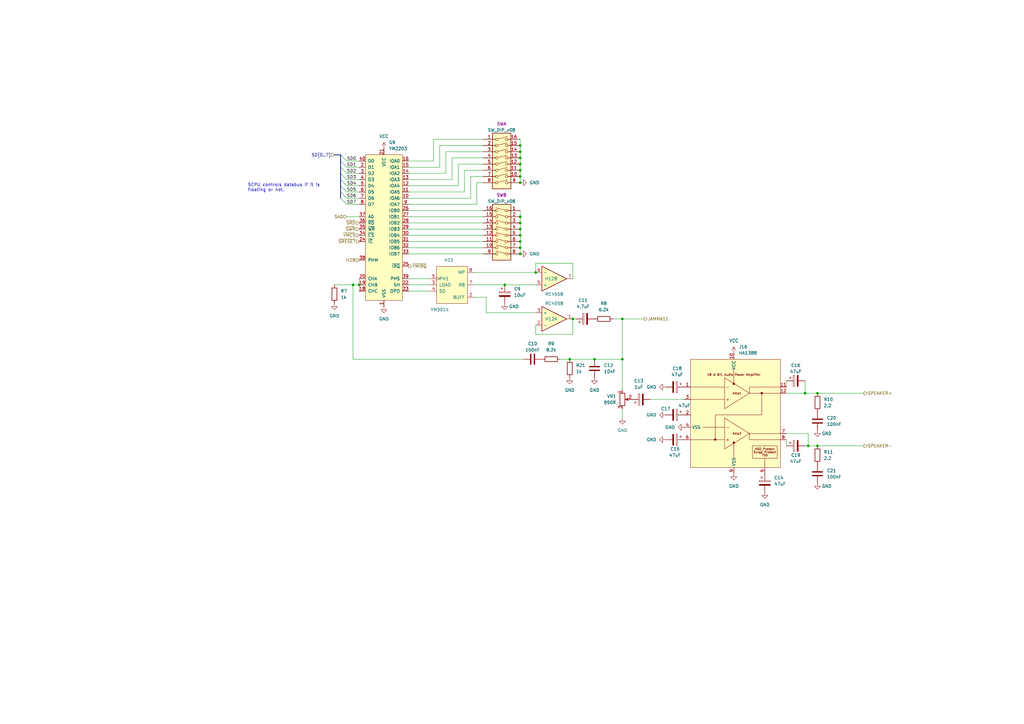
<source format=kicad_sch>
(kicad_sch (version 20211123) (generator eeschema)
  (paper "A3")
  (title_block (title "Arkanoid: Revenge of Doh ") (date "2023-02-22") (company "Ulf Skutnabba, twitter: @skutis77") (comment 1 "Seta number: P0-022-A"))
  (lib_symbols
    (symbol "Device:C" (pin_numbers hide) (pin_names (offset 0.254))
      (property "Reference" "C" (at 0.635 2.54 0))
      (property "Value" "C" (at 0.635 -2.54 0))
      (symbol "C_0_1"
        (polyline (pts (xy -2.032 -0.762) (xy 2.032 -0.762)) (stroke (width 0.508)))
        (polyline (pts (xy -2.032 0.762) (xy 2.032 0.762)) (stroke (width 0.508)))
      )
      (symbol "C_1_1"
        (pin passive line (at 0 3.81 270) (length 2.794) (name "~") (number "1"))
        (pin passive line (at 0 -3.81 90) (length 2.794) (name "~") (number "2"))
      )
    )
    (symbol "Device:C_Polarized" (pin_numbers hide) (pin_names (offset 0.254))
      (property "Reference" "C" (at 0.635 2.54 0))
      (property "Value" "C_Polarized" (at 0.635 -2.54 0))
      (symbol "C_Polarized_0_1"
        (rectangle (start -2.286 0.508) (end 2.286 1.016))
        (polyline (pts (xy -1.778 2.286) (xy -0.762 2.286)))
        (polyline (pts (xy -1.27 2.794) (xy -1.27 1.778)))
        (rectangle (start 2.286 -0.508) (end -2.286 -1.016) (fill (type outline)))
      )
      (symbol "C_Polarized_1_1"
        (pin passive line (at 0 3.81 270) (length 2.794) (name "~") (number "1"))
        (pin passive line (at 0 -3.81 90) (length 2.794) (name "~") (number "2"))
      )
    )
    (symbol "Device:Opamp_Dual"
      (property "Reference" "U" (at 0 5.08 0))
      (property "Value" "Opamp_Dual" (at 0 -5.08 0))
      (symbol "Opamp_Dual_1_1"
        (polyline (pts (xy -5.08 5.08) (xy 5.08 0) (xy -5.08 -5.08) (xy -5.08 5.08)) (stroke (width 0.254)) (fill (type background)))
        (pin output line (at 7.62 0 180) (length 2.54) (name "~") (number "1"))
        (pin input line (at -7.62 -2.54 0) (length 2.54) (name "-") (number "2"))
        (pin input line (at -7.62 2.54 0) (length 2.54) (name "+") (number "3"))
      )
      (symbol "Opamp_Dual_2_1"
        (polyline (pts (xy -5.08 5.08) (xy 5.08 0) (xy -5.08 -5.08) (xy -5.08 5.08)) (stroke (width 0.254)) (fill (type background)))
        (pin input line (at -7.62 2.54 0) (length 2.54) (name "+") (number "5"))
        (pin input line (at -7.62 -2.54 0) (length 2.54) (name "-") (number "6"))
        (pin output line (at 7.62 0 180) (length 2.54) (name "~") (number "7"))
      )
      (symbol "Opamp_Dual_3_1"
        (pin power_in line (at -2.54 -7.62 90) (length 3.81) (name "V-") (number "4"))
        (pin power_in line (at -2.54 7.62 270) (length 3.81) (name "V+") (number "8"))
      )
    )
    (symbol "Device:R" (pin_numbers hide) (pin_names (offset 0))
      (property "Reference" "R" (at 2.032 0 90))
      (property "Value" "R" (at 0 0 90))
      (symbol "R_0_1"
        (rectangle (start -1.016 -2.54) (end 1.016 2.54) (stroke (width 0.254)))
      )
      (symbol "R_1_1"
        (pin passive line (at 0 3.81 270) (length 1.27) (name "~") (number "1"))
        (pin passive line (at 0 -3.81 90) (length 1.27) (name "~") (number "2"))
      )
    )
    (symbol "Device:R_Potentiometer" (pin_names (offset 1.016) hide)
      (property "Reference" "RV" (at -4.445 0 90))
      (property "Value" "R_Potentiometer" (at -2.54 0 90))
      (symbol "R_Potentiometer_0_1"
        (polyline (pts (xy 2.54 0) (xy 1.524 0)))
        (polyline (pts (xy 1.143 0) (xy 2.286 0.508) (xy 2.286 -0.508) (xy 1.143 0)) (fill (type outline)))
        (rectangle (start 1.016 2.54) (end -1.016 -2.54) (stroke (width 0.254)))
      )
      (symbol "R_Potentiometer_1_1"
        (pin passive line (at 0 3.81 270) (length 1.27) (name "1") (number "1"))
        (pin passive line (at 3.81 0 180) (length 1.27) (name "2") (number "2"))
        (pin passive line (at 0 -3.81 90) (length 1.27) (name "3") (number "3"))
      )
    )
    (symbol "Switch:SW_DIP_x08" (pin_names (offset 0) hide)
      (property "Reference" "SW" (at 0 13.97 0))
      (property "Value" "SW_DIP_x08" (at 0 -11.43 0))
      (symbol "SW_DIP_x08_0_0"
        (circle (center -2.032 -7.62) (radius 0.508))
        (circle (center -2.032 -5.08) (radius 0.508))
        (circle (center -2.032 -2.54) (radius 0.508))
        (circle (center -2.032 0) (radius 0.508))
        (circle (center -2.032 2.54) (radius 0.508))
        (circle (center -2.032 5.08) (radius 0.508))
        (circle (center -2.032 7.62) (radius 0.508))
        (circle (center -2.032 10.16) (radius 0.508))
        (polyline (pts (xy -1.524 -7.4676) (xy 2.3622 -6.4262)))
        (polyline (pts (xy -1.524 -4.9276) (xy 2.3622 -3.8862)))
        (polyline (pts (xy -1.524 -2.3876) (xy 2.3622 -1.3462)))
        (polyline (pts (xy -1.524 0.127) (xy 2.3622 1.1684)))
        (polyline (pts (xy -1.524 2.667) (xy 2.3622 3.7084)))
        (polyline (pts (xy -1.524 5.207) (xy 2.3622 6.2484)))
        (polyline (pts (xy -1.524 7.747) (xy 2.3622 8.7884)))
        (polyline (pts (xy -1.524 10.287) (xy 2.3622 11.3284)))
        (circle (center 2.032 -7.62) (radius 0.508))
        (circle (center 2.032 -5.08) (radius 0.508))
        (circle (center 2.032 -2.54) (radius 0.508))
        (circle (center 2.032 0) (radius 0.508))
        (circle (center 2.032 2.54) (radius 0.508))
        (circle (center 2.032 5.08) (radius 0.508))
        (circle (center 2.032 7.62) (radius 0.508))
        (circle (center 2.032 10.16) (radius 0.508))
      )
      (symbol "SW_DIP_x08_0_1"
        (rectangle (start -3.81 12.7) (end 3.81 -10.16) (stroke (width 0.254)) (fill (type background)))
      )
      (symbol "SW_DIP_x08_1_1"
        (pin passive line (at -7.62 10.16 0) (length 5.08) (name "~") (number "1"))
        (pin passive line (at 7.62 -5.08 180) (length 5.08) (name "~") (number "10"))
        (pin passive line (at 7.62 -2.54 180) (length 5.08) (name "~") (number "11"))
        (pin passive line (at 7.62 0 180) (length 5.08) (name "~") (number "12"))
        (pin passive line (at 7.62 2.54 180) (length 5.08) (name "~") (number "13"))
        (pin passive line (at 7.62 5.08 180) (length 5.08) (name "~") (number "14"))
        (pin passive line (at 7.62 7.62 180) (length 5.08) (name "~") (number "15"))
        (pin passive line (at 7.62 10.16 180) (length 5.08) (name "~") (number "16"))
        (pin passive line (at -7.62 7.62 0) (length 5.08) (name "~") (number "2"))
        (pin passive line (at -7.62 5.08 0) (length 5.08) (name "~") (number "3"))
        (pin passive line (at -7.62 2.54 0) (length 5.08) (name "~") (number "4"))
        (pin passive line (at -7.62 0 0) (length 5.08) (name "~") (number "5"))
        (pin passive line (at -7.62 -2.54 0) (length 5.08) (name "~") (number "6"))
        (pin passive line (at -7.62 -5.08 0) (length 5.08) (name "~") (number "7"))
        (pin passive line (at -7.62 -7.62 0) (length 5.08) (name "~") (number "8"))
        (pin passive line (at 7.62 -7.62 180) (length 5.08) (name "~") (number "9"))
      )
    )
    (symbol "hitachi:HA1388"
      (property "Reference" "U" (at 16.51 20.32 0))
      (property "Value" "HA1388" (at 13.97 17.78 0))
      (symbol "HA1388_0_0"
        (rectangle (start -17.78 22.86) (end 19.05 -21.59) (fill (type background)))
        (polyline (pts (xy -3.81 -5.08) (xy -12.7 -5.08)))
        (polyline (pts (xy 6.35 -7.62) (xy 19.05 -7.62)))
        (polyline (pts (xy 8.89 8.89) (xy 19.05 8.89)))
        (polyline (pts (xy 6.35 -7.62) (xy 6.35 -10.16) (xy 19.05 -10.16)))
        (polyline (pts (xy 19.05 11.43) (xy 6.35 11.43) (xy 6.35 8.89)))
        (rectangle (start 7.62 -17.78) (end 17.78 -12.7))
        (rectangle (start 16.51 -7.62) (end 16.51 -7.62))
        (text "." (at -7.62 -8.89 0) (effects (font (size 2.9972 2.9972) bold)))
        (text "." (at 0 -10.16 0) (effects (font (size 2.9972 2.9972) bold)))
        (text "18 W BTL Audio Power Amplifier" (at 0 16.51 0) (effects (font (size 0.889 0.889))))
        (text "Amp1" (at 1.27 8.89 0) (effects (font (size 0.889 0.889))))
        (text "Amp2" (at 1.27 -7.62 0) (effects (font (size 0.889 0.889))))
        (text "ASO_Protect" (at 12.7 -13.97 0) (effects (font (size 0.889 0.889))))
        (text "Surge Protect" (at 12.7 -15.24 0) (effects (font (size 0.889 0.889))))
        (text "TSD" (at 12.7 -16.51 0) (effects (font (size 0.889 0.889))))
      )
      (symbol "HA1388_0_1"
        (polyline (pts (xy -17.78 -10.16) (xy -6.35 -10.16)))
        (polyline (pts (xy -17.78 6.35) (xy -6.35 6.35)))
        (polyline (pts (xy -12.7 11.43) (xy -17.78 11.43)) (stroke (width 0.1524)))
        (polyline (pts (xy -3.81 11.43) (xy -12.7 11.43)) (stroke (width 0.1524)))
        (polyline (pts (xy 0 -11.43) (xy 0 -17.78)) (stroke (width 0.1524)))
        (polyline (pts (xy 0 19.05) (xy 0 12.7)) (stroke (width 0.1524)))
        (polyline (pts (xy 8.89 8.89) (xy 6.35 8.89)))
        (polyline (pts (xy 12.7 -17.78) (xy 12.7 -21.59)))
        (polyline (pts (xy -7.62 -10.16) (xy -7.62 0) (xy 11.43 0) (xy 11.43 8.89)))
      )
      (symbol "HA1388_1_1"
        (polyline (pts (xy -3.81 -10.16) (xy -6.35 -10.16)))
        (polyline (pts (xy -3.81 6.35) (xy -6.35 6.35)))
        (polyline (pts (xy 6.35 -7.62) (xy -3.81 -1.27) (xy -3.81 -13.97) (xy 6.35 -7.62)))
        (polyline (pts (xy 6.35 8.89) (xy -3.81 15.24) (xy -3.81 2.54) (xy 6.35 8.89)))
        (text "+" (at -2.54 -10.16 0) (effects (font (size 1.27 1.27))))
        (text "+" (at -2.54 6.35 0) (effects (font (size 1.27 1.27))))
        (text "-" (at -2.54 -5.08 0) (effects (font (size 1.27 1.27))))
        (text "-" (at -2.54 11.43 0) (effects (font (size 1.27 1.27))))
        (text "." (at 0 13.97 0) (effects (font (size 2.9972 2.9972) bold)))
        (text "." (at 11.43 10.16 0) (effects (font (size 2.9972 2.9972) bold)))
        (pin input line (at -20.32 11.43 0) (length 2.54) (name "") (number "1"))
        (pin power_in line (at 0 25.4 270) (length 2.54) (name "VCC") (number "10"))
        (pin output line (at 21.59 11.43 180) (length 2.54) (name "~") (number "11"))
        (pin output line (at 21.59 8.89 180) (length 2.54) (name "~") (number "12"))
        (pin input line (at -20.32 0 0) (length 2.54) (name "~") (number "2"))
        (pin input line (at -20.32 6.35 0) (length 2.54) (name "~") (number "3"))
        (pin power_in line (at -20.32 -5.08 0) (length 2.54) (name "VSS") (number "4"))
        (pin input line (at 12.7 -24.13 90) (length 2.54) (name "~") (number "5"))
        (pin input line (at -20.32 -10.16 0) (length 2.54) (name "~") (number "6"))
        (pin output line (at 21.59 -7.62 180) (length 2.54) (name "~") (number "7"))
        (pin output line (at 21.59 -10.16 180) (length 2.54) (name "~") (number "8"))
        (pin power_in line (at 0 -24.13 90) (length 2.54) (name "VSS") (number "9"))
      )
    )
    (symbol "power:GND" (power) (pin_names (offset 0))
      (property "Value" "GND" (at 0 -3.81 0))
      (symbol "GND_0_1"
        (polyline (pts (xy 0 0) (xy 0 -1.27) (xy 1.27 -1.27) (xy 0 -2.54) (xy -1.27 -1.27) (xy 0 -1.27)))
      )
      (symbol "GND_1_1"
        (pin power_in line (at 0 0 270) (length 0) hide (name "GND") (number "1"))
      )
    )
    (symbol "power:VCC" (power) (pin_names (offset 0))
      (property "Value" "VCC" (at 0 3.81 0))
      (symbol "VCC_0_1"
        (polyline (pts (xy -0.762 1.27) (xy 0 2.54)))
        (polyline (pts (xy 0 0) (xy 0 2.54)))
        (polyline (pts (xy 0 2.54) (xy 0.762 1.27)))
      )
      (symbol "VCC_1_1"
        (pin power_in line (at 0 0 90) (length 0) hide (name "VCC") (number "1"))
      )
    )
    (symbol "yamaha:YM2203" (pin_names (offset 1.016))
      (property "Reference" "YM" (at 7.62 24.13 0))
      (property "Value" "YM2203" (at 3.81 -38.1 0))
      (symbol "YM2203_0_1"
        (rectangle (start -7.62 22.86) (end 7.62 -36.83) (fill (type background)))
      )
      (symbol "YM2203_1_1"
        (pin power_in line (at 0 -39.37 90) (length 2.54) (name "VSS") (number "1"))
        (pin bidirectional line (at 10.16 5.08 180) (length 2.54) (name "IOA6") (number "10"))
        (pin bidirectional line (at 10.16 7.62 180) (length 2.54) (name "IOA5") (number "11"))
        (pin bidirectional line (at 10.16 10.16 180) (length 2.54) (name "IOA4") (number "12"))
        (pin bidirectional line (at 10.16 12.7 180) (length 2.54) (name "IOA3") (number "13"))
        (pin bidirectional line (at 10.16 15.24 180) (length 2.54) (name "IOA2") (number "14"))
        (pin bidirectional line (at 10.16 17.78 180) (length 2.54) (name "IOA1") (number "15"))
        (pin bidirectional line (at 10.16 20.32 180) (length 2.54) (name "IOA0") (number "16"))
        (pin passive line (at -10.16 -33.02 0) (length 2.54) (name "CHC") (number "18"))
        (pin passive line (at -10.16 -30.48 0) (length 2.54) (name "CHB") (number "19"))
        (pin tri_state line (at -10.16 17.78 0) (length 2.54) (name "D1") (number "2"))
        (pin passive line (at -10.16 -27.94 0) (length 2.54) (name "CHA") (number "20"))
        (pin power_in line (at 0 25.4 270) (length 2.54) (name "VCC") (number "21"))
        (pin output line (at 10.16 -30.48 180) (length 2.54) (name "SH") (number "22"))
        (pin output line (at 10.16 -33.02 180) (length 2.54) (name "OPO") (number "23"))
        (pin input line (at -10.16 -12.7 0) (length 2.54) (name "~{IC}") (number "24"))
        (pin output line (at 10.16 -22.86 180) (length 2.54) (name "~{IRQ}") (number "25"))
        (pin bidirectional line (at 10.16 0 180) (length 2.54) (name "IOB0") (number "26"))
        (pin bidirectional line (at 10.16 -2.54 180) (length 2.54) (name "IOB1") (number "27"))
        (pin bidirectional line (at 10.16 -5.08 180) (length 2.54) (name "IOB2") (number "28"))
        (pin bidirectional line (at 10.16 -7.62 180) (length 2.54) (name "IOB3") (number "29"))
        (pin tri_state line (at -10.16 15.24 0) (length 2.54) (name "D2") (number "3"))
        (pin bidirectional line (at 10.16 -10.16 180) (length 2.54) (name "IOB4") (number "30"))
        (pin bidirectional line (at 10.16 -12.7 180) (length 2.54) (name "IOB5") (number "31"))
        (pin bidirectional line (at 10.16 -15.24 180) (length 2.54) (name "IOB6") (number "32"))
        (pin bidirectional line (at 10.16 -17.78 180) (length 2.54) (name "IOB7") (number "33"))
        (pin input line (at -10.16 -10.16 0) (length 2.54) (name "~{CS}") (number "34"))
        (pin input line (at -10.16 -7.62 0) (length 2.54) (name "~{WR}") (number "35"))
        (pin input line (at -10.16 -5.08 0) (length 2.54) (name "~{RD}") (number "36"))
        (pin input line (at -10.16 -2.54 0) (length 2.54) (name "A0") (number "37"))
        (pin input line (at -10.16 -20.32 0) (length 2.54) (name "PHM") (number "38"))
        (pin output line (at 10.16 -27.94 180) (length 2.54) (name "PHS") (number "39"))
        (pin tri_state line (at -10.16 12.7 0) (length 2.54) (name "D3") (number "4"))
        (pin tri_state line (at -10.16 20.32 0) (length 2.54) (name "D0") (number "40"))
        (pin tri_state line (at -10.16 10.16 0) (length 2.54) (name "D4") (number "5"))
        (pin tri_state line (at -10.16 7.62 0) (length 2.54) (name "D5") (number "6"))
        (pin tri_state line (at -10.16 5.08 0) (length 2.54) (name "D6") (number "7"))
        (pin tri_state line (at -10.16 2.54 0) (length 2.54) (name "D7") (number "8"))
        (pin bidirectional line (at 10.16 2.54 180) (length 2.54) (name "IOA7") (number "9"))
      )
    )
    (symbol "yamaha:YM3014" (pin_names (offset 1.016))
      (property "Reference" "YM" (at -2.54 15.24 0))
      (property "Value" "YM3014" (at 0 12.7 0))
      (symbol "YM3014_0_1"
        (rectangle (start -5.08 11.43) (end 7.62 -3.81) (fill (type background)))
      )
      (symbol "YM3014_1_1"
        (pin power_in line (at 1.27 11.43 270) (length 2.54) hide (name "VCC") (number "1"))
        (pin output line (at 10.16 -1.27 180) (length 2.54) (name "BUFF") (number "2"))
        (pin input line (at -7.62 3.81 0) (length 2.54) (name "LOAD") (number "3"))
        (pin input line (at -7.62 1.27 0) (length 2.54) (name "SD") (number "4"))
        (pin input clock (at -7.62 6.35 0) (length 2.54) (name "PH1") (number "5"))
        (pin power_in line (at 1.27 -3.81 90) (length 2.54) hide (name "VSS") (number "6"))
        (pin output line (at 10.16 3.81 180) (length 2.54) (name "RB") (number "7"))
        (pin bidirectional line (at 10.16 8.89 180) (length 2.54) (name "MP") (number "8"))
      )
    )
  )
  (junction (at 213.36 101.6))
  (junction (at 213.36 69.85))
  (junction (at 147.32 116.84))
  (junction (at 213.36 67.31))
  (junction (at 255.27 130.81))
  (junction (at 234.95 130.81))
  (junction (at 213.36 91.44))
  (junction (at 213.36 59.69))
  (junction (at 255.27 147.32))
  (junction (at 144.78 116.84))
  (junction (at 213.36 88.9))
  (junction (at 213.36 74.93))
  (junction (at 335.28 161.29))
  (junction (at 331.47 182.88))
  (junction (at 213.36 99.06))
  (junction (at 243.84 147.32))
  (junction (at 219.71 111.76))
  (junction (at 213.36 96.52))
  (junction (at 207.01 116.84))
  (junction (at 335.28 182.88))
  (junction (at 233.68 147.32))
  (junction (at 330.2 161.29))
  (junction (at 213.36 72.39))
  (junction (at 213.36 93.98))
  (junction (at 213.36 104.14))
  (junction (at 213.36 62.23))
  (junction (at 213.36 64.77))
  (bus_entry (at 139.7 66.04) (size 2.54 2.54))
  (bus_entry (at 139.7 68.58) (size 2.54 2.54))
  (bus_entry (at 139.7 78.74) (size 2.54 2.54))
  (bus_entry (at 139.7 71.12) (size 2.54 2.54))
  (bus_entry (at 139.7 63.5) (size 2.54 2.54))
  (bus_entry (at 139.7 81.28) (size 2.54 2.54))
  (bus_entry (at 139.7 76.2) (size 2.54 2.54))
  (bus_entry (at 139.7 73.66) (size 2.54 2.54))
  (wire (pts (xy 234.95 114.3) (xy 234.95 107.95)))
  (wire (pts (xy 144.78 116.84) (xy 144.78 147.32)))
  (wire (pts (xy 199.39 128.27) (xy 219.71 128.27)))
  (wire (pts (xy 219.71 116.84) (xy 207.01 116.84)))
  (wire (pts (xy 167.64 83.82) (xy 195.58 83.82)))
  (wire (pts (xy 213.36 96.52) (xy 213.36 99.06)))
  (wire (pts (xy 255.27 147.32) (xy 255.27 160.02)))
  (wire (pts (xy 190.5 69.85) (xy 198.12 69.85)))
  (wire (pts (xy 182.88 62.23) (xy 198.12 62.23)))
  (bus (pts (xy 139.7 68.58) (xy 139.7 66.04)))
  (wire (pts (xy 234.95 107.95) (xy 219.71 107.95)))
  (wire (pts (xy 195.58 74.93) (xy 198.12 74.93)))
  (wire (pts (xy 187.96 67.31) (xy 187.96 76.2)))
  (wire (pts (xy 331.47 182.88) (xy 335.28 182.88)))
  (bus (pts (xy 139.7 76.2) (xy 139.7 73.66)))
  (wire (pts (xy 219.71 137.16) (xy 219.71 133.35)))
  (wire (pts (xy 142.24 83.82) (xy 147.32 83.82)))
  (wire (pts (xy 322.58 156.21) (xy 322.58 158.75)))
  (wire (pts (xy 330.2 161.29) (xy 335.28 161.29)))
  (wire (pts (xy 213.36 93.98) (xy 213.36 96.52)))
  (wire (pts (xy 142.24 76.2) (xy 147.32 76.2)))
  (wire (pts (xy 213.36 67.31) (xy 213.36 69.85)))
  (wire (pts (xy 142.24 78.74) (xy 147.32 78.74)))
  (wire (pts (xy 187.96 76.2) (xy 167.64 76.2)))
  (bus (pts (xy 139.7 66.04) (xy 139.7 63.5)))
  (wire (pts (xy 322.58 180.34) (xy 322.58 182.88)))
  (wire (pts (xy 213.36 62.23) (xy 213.36 64.77)))
  (bus (pts (xy 137.16 63.5) (xy 139.7 63.5)))
  (wire (pts (xy 198.12 88.9) (xy 167.64 88.9)))
  (wire (pts (xy 251.46 130.81) (xy 255.27 130.81)))
  (wire (pts (xy 213.36 59.69) (xy 213.36 62.23)))
  (wire (pts (xy 198.12 96.52) (xy 167.64 96.52)))
  (wire (pts (xy 142.24 68.58) (xy 147.32 68.58)))
  (wire (pts (xy 219.71 111.76) (xy 194.31 111.76)))
  (wire (pts (xy 213.36 91.44) (xy 213.36 93.98)))
  (wire (pts (xy 144.78 116.84) (xy 147.32 116.84)))
  (wire (pts (xy 266.7 163.83) (xy 280.67 163.83)))
  (wire (pts (xy 354.33 182.88) (xy 335.28 182.88)))
  (wire (pts (xy 213.36 86.36) (xy 213.36 88.9)))
  (wire (pts (xy 213.36 57.15) (xy 213.36 59.69)))
  (wire (pts (xy 255.27 130.81) (xy 255.27 147.32)))
  (wire (pts (xy 213.36 69.85) (xy 213.36 72.39)))
  (wire (pts (xy 234.95 137.16) (xy 219.71 137.16)))
  (wire (pts (xy 198.12 67.31) (xy 187.96 67.31)))
  (wire (pts (xy 137.16 116.84) (xy 144.78 116.84)))
  (wire (pts (xy 198.12 72.39) (xy 193.04 72.39)))
  (wire (pts (xy 142.24 66.04) (xy 147.32 66.04)))
  (wire (pts (xy 322.58 177.8) (xy 331.47 177.8)))
  (wire (pts (xy 176.53 114.3) (xy 167.64 114.3)))
  (wire (pts (xy 213.36 99.06) (xy 213.36 101.6)))
  (wire (pts (xy 177.8 66.04) (xy 177.8 57.15)))
  (wire (pts (xy 198.12 93.98) (xy 167.64 93.98)))
  (wire (pts (xy 330.2 182.88) (xy 331.47 182.88)))
  (wire (pts (xy 219.71 107.95) (xy 219.71 111.76)))
  (wire (pts (xy 233.68 147.32) (xy 229.87 147.32)))
  (wire (pts (xy 147.32 116.84) (xy 147.32 119.38)))
  (wire (pts (xy 147.32 114.3) (xy 147.32 116.84)))
  (wire (pts (xy 198.12 91.44) (xy 167.64 91.44)))
  (wire (pts (xy 322.58 161.29) (xy 330.2 161.29)))
  (wire (pts (xy 185.42 64.77) (xy 198.12 64.77)))
  (wire (pts (xy 198.12 86.36) (xy 167.64 86.36)))
  (bus (pts (xy 139.7 71.12) (xy 139.7 68.58)))
  (wire (pts (xy 213.36 88.9) (xy 213.36 91.44)))
  (wire (pts (xy 176.53 119.38) (xy 167.64 119.38)))
  (wire (pts (xy 198.12 104.14) (xy 167.64 104.14)))
  (wire (pts (xy 193.04 72.39) (xy 193.04 81.28)))
  (wire (pts (xy 167.64 71.12) (xy 182.88 71.12)))
  (wire (pts (xy 167.64 73.66) (xy 185.42 73.66)))
  (wire (pts (xy 198.12 59.69) (xy 180.34 59.69)))
  (wire (pts (xy 167.64 78.74) (xy 190.5 78.74)))
  (wire (pts (xy 193.04 81.28) (xy 167.64 81.28)))
  (wire (pts (xy 182.88 71.12) (xy 182.88 62.23)))
  (wire (pts (xy 331.47 177.8) (xy 331.47 182.88)))
  (wire (pts (xy 255.27 130.81) (xy 264.16 130.81)))
  (wire (pts (xy 233.68 147.32) (xy 243.84 147.32)))
  (wire (pts (xy 176.53 116.84) (xy 167.64 116.84)))
  (wire (pts (xy 234.95 130.81) (xy 234.95 137.16)))
  (wire (pts (xy 213.36 72.39) (xy 213.36 74.93)))
  (wire (pts (xy 198.12 101.6) (xy 167.64 101.6)))
  (wire (pts (xy 194.31 121.92) (xy 199.39 121.92)))
  (wire (pts (xy 213.36 101.6) (xy 213.36 104.14)))
  (wire (pts (xy 142.24 88.9) (xy 147.32 88.9)))
  (wire (pts (xy 255.27 167.64) (xy 255.27 171.45)))
  (wire (pts (xy 207.01 116.84) (xy 194.31 116.84)))
  (wire (pts (xy 144.78 147.32) (xy 214.63 147.32)))
  (wire (pts (xy 177.8 57.15) (xy 198.12 57.15)))
  (wire (pts (xy 180.34 59.69) (xy 180.34 68.58)))
  (bus (pts (xy 139.7 78.74) (xy 139.7 76.2)))
  (wire (pts (xy 167.64 66.04) (xy 177.8 66.04)))
  (wire (pts (xy 142.24 81.28) (xy 147.32 81.28)))
  (wire (pts (xy 190.5 78.74) (xy 190.5 69.85)))
  (wire (pts (xy 199.39 121.92) (xy 199.39 128.27)))
  (wire (pts (xy 234.95 130.81) (xy 236.22 130.81)))
  (wire (pts (xy 185.42 73.66) (xy 185.42 64.77)))
  (wire (pts (xy 213.36 64.77) (xy 213.36 67.31)))
  (wire (pts (xy 330.2 156.21) (xy 330.2 161.29)))
  (wire (pts (xy 198.12 99.06) (xy 167.64 99.06)))
  (wire (pts (xy 335.28 161.29) (xy 354.33 161.29)))
  (wire (pts (xy 180.34 68.58) (xy 167.64 68.58)))
  (wire (pts (xy 142.24 73.66) (xy 147.32 73.66)))
  (wire (pts (xy 195.58 83.82) (xy 195.58 74.93)))
  (bus (pts (xy 139.7 73.66) (xy 139.7 71.12)))
  (wire (pts (xy 243.84 147.32) (xy 255.27 147.32)))
  (bus (pts (xy 139.7 81.28) (xy 139.7 78.74)))
  (wire (pts (xy 142.24 71.12) (xy 147.32 71.12)))
  (text "SCPU controls databus if it is\nfloating or not. " (at 101.6 78.74 0) (effects (font (size 1.27 1.27)) (justify left bottom)))
  (label "SD2" (at 142.24 71.12 0))
  (label "SD7" (at 142.24 83.82 0))
  (label "SD0" (at 142.24 66.04 0))
  (label "SD5" (at 142.24 78.74 0))
  (label "SD1" (at 142.24 68.58 0))
  (label "SD4" (at 142.24 76.2 0))
  (label "SD3" (at 142.24 73.66 0))
  (label "SD6" (at 142.24 81.28 0))
  (hierarchical_label "~{SWR}" (shape input) (at 147.32 93.98 180))
  (hierarchical_label "~{YMIRQ}" (shape output) (at 167.64 109.22 0))
  (hierarchical_label "SA0" (shape input) (at 142.24 88.9 180))
  (hierarchical_label "~{YMCS}" (shape input) (at 147.32 96.52 180))
  (hierarchical_label "~{SRD}" (shape input) (at 147.32 91.44 180))
  (hierarchical_label "~{SRESET}" (shape input) (at 147.32 99.06 180))
  (hierarchical_label "SPEAKER-" (shape output) (at 354.33 182.88 0))
  (hierarchical_label "SD[0..7]" (shape input) (at 137.16 63.5 180))
  (hierarchical_label "SPEAKER+" (shape output) (at 354.33 161.29 0))
  (hierarchical_label "JAMMA11" (shape output) (at 264.16 130.81 0))
  (hierarchical_label "H2B" (shape input) (at 147.32 106.68 180))
  (symbol (lib_id "Device:R") (at 335.28 165.1 0) (unit 1)
    (property "Reference" "R10" (at 337.82 163.8299 0) (effects (justify left)))
    (property "Value" "2.2" (at 337.82 166.3699 0) (effects (justify left)))
  )
  (symbol (lib_id "power:VCC") (at 157.48 60.96 0) (unit 1)
    (property "Reference" "#PWR0265" (effects hide))
    (property "Value" "VCC" (at 157.48 55.88 0))
  )
  (symbol (lib_id "power:GND") (at 243.84 154.94 0) (unit 1)
    (property "Reference" "#PWR0256" (effects hide))
    (property "Value" "GND" (at 243.84 160.02 0))
  )
  (symbol (lib_id "Device:C") (at 218.44 147.32 90) (unit 1)
    (property "Reference" "C10" (at 218.44 140.97 90))
    (property "Value" "100nF" (at 218.44 143.51 90))
  )
  (symbol (lib_id "power:GND") (at 335.28 198.12 0) (unit 1)
    (property "Reference" "#PWR0267" (effects hide))
    (property "Value" "GND" (at 339.09 199.39 0))
  )
  (symbol (lib_id "power:GND") (at 300.99 194.31 0) (unit 1)
    (property "Reference" "#PWR0268" (effects hide))
    (property "Value" "GND" (at 300.99 199.39 0))
  )
  (symbol (lib_id "Device:C_Polarized") (at 262.89 163.83 90) (unit 1)
    (property "Reference" "C13" (at 262.001 156.21 90))
    (property "Value" "1uF" (at 262.001 158.75 90))
  )
  (symbol (lib_id "Device:R") (at 247.65 130.81 90) (unit 1)
    (property "Reference" "R8" (at 247.65 124.46 90))
    (property "Value" "6.2k" (at 247.65 127 90))
  )
  (symbol (lib_id "Device:C_Polarized") (at 276.86 180.34 270) (unit 1)
    (property "Reference" "C15" (at 276.86 184.15 90))
    (property "Value" "47uF" (at 276.86 186.69 90))
  )
  (symbol (lib_id "Device:C_Polarized") (at 207.01 120.65 0) (unit 1)
    (property "Reference" "C9" (at 210.82 118.4909 0) (effects (justify left)))
    (property "Value" "10uF" (at 210.82 121.0309 0) (effects (justify left)))
  )
  (symbol (lib_id "power:GND") (at 273.05 158.75 270) (unit 1)
    (property "Reference" "#PWR0258" (effects hide))
    (property "Value" "GND" (at 269.24 158.7499 90) (effects (justify right)))
  )
  (symbol (lib_id "Switch:SW_DIP_x08") (at 205.74 67.31 0) (unit 1)
    (property "Reference" "SW99" (effects hide))
    (property "Value" "SW_DIP_x08" (at 205.74 53.34 0))
    (property "Reference2" "SWA" (at 205.74 50.8 0))
  )
  (symbol (lib_id "power:GND") (at 207.01 124.46 0) (unit 1)
    (property "Reference" "#PWR0263" (effects hide))
    (property "Value" "GND" (at 210.82 125.73 0))
  )
  (symbol (lib_id "Device:C_Polarized") (at 240.03 130.81 90) (unit 1)
    (property "Reference" "C11" (at 239.141 123.19 90))
    (property "Value" "4.7uF" (at 239.141 125.73 90))
  )
  (symbol (lib_id "power:GND") (at 280.67 175.26 270) (unit 1)
    (property "Reference" "#PWR0260" (effects hide))
    (property "Value" "GND" (at 276.86 175.2599 90) (effects (justify right)))
  )
  (symbol (lib_id "power:GND") (at 313.69 201.93 0) (unit 1)
    (property "Reference" "#PWR0266" (effects hide))
    (property "Value" "GND" (at 313.69 207.01 0))
  )
  (symbol (lib_id "power:GND") (at 213.36 74.93 90) (unit 1)
    (property "Reference" "#PWR0270" (effects hide))
    (property "Value" "GND" (at 217.17 74.9299 90) (effects (justify right)))
  )
  (symbol (lib_id "power:GND") (at 137.16 124.46 0) (unit 1)
    (property "Reference" "#PWR0262" (effects hide))
    (property "Value" "GND" (at 137.16 129.54 0))
  )
  (symbol (lib_id "yamaha:YM2203") (at 157.48 86.36 0) (unit 1)
    (property "Reference" "G9" (at 159.4994 58.42 0) (effects (justify left)))
    (property "Value" "YM2203" (at 159.4994 60.96 0) (effects (justify left)))
    (property "Footprint" "Package_DIP:DIP-40_W15.24mm" (effects hide))
    (property "Datasheet" "https://pdf1.alldatasheet.com/datasheet-pdf/view/90458/ETC/YM2203.html" (effects hide))
  )
  (symbol (lib_id "power:GND") (at 233.68 154.94 0) (unit 1)
    (property "Reference" "#PWR0257" (effects hide))
    (property "Value" "GND" (at 233.68 160.02 0))
  )
  (symbol (lib_id "Device:R") (at 137.16 120.65 0) (unit 1)
    (property "Reference" "R7" (at 139.7 119.3799 0) (effects (justify left)))
    (property "Value" "1k" (at 139.7 121.9199 0) (effects (justify left)))
  )
  (symbol (lib_id "Device:C") (at 335.28 172.72 0) (unit 1)
    (property "Reference" "C20" (at 339.09 171.4499 0) (effects (justify left)))
    (property "Value" "100nF" (at 339.09 173.9899 0) (effects (justify left)))
  )
  (symbol (lib_id "power:GND") (at 213.36 104.14 90) (mirror x) (unit 1)
    (property "Reference" "#PWR0271" (effects hide))
    (property "Value" "GND" (at 217.17 104.1399 90) (effects (justify right)))
  )
  (symbol (lib_id "Device:C_Polarized") (at 276.86 170.18 270) (unit 1)
    (property "Reference" "C17" (at 273.05 167.64 90))
    (property "Value" "47uF" (at 280.67 166.37 90))
  )
  (symbol (lib_id "power:GND") (at 273.05 180.34 270) (unit 1)
    (property "Reference" "#PWR0259" (effects hide))
    (property "Value" "GND" (at 269.24 180.3399 90) (effects (justify right)))
  )
  (symbol (lib_id "Device:C") (at 335.28 194.31 0) (unit 1)
    (property "Reference" "C21" (at 339.09 193.0399 0) (effects (justify left)))
    (property "Value" "100nF" (at 339.09 195.5799 0) (effects (justify left)))
  )
  (symbol (lib_id "Device:R") (at 226.06 147.32 90) (unit 1)
    (property "Reference" "R9" (at 226.06 140.97 90))
    (property "Value" "8.2k" (at 226.06 143.51 90))
  )
  (symbol (lib_id "power:GND") (at 273.05 170.18 270) (unit 1)
    (property "Reference" "#PWR0261" (effects hide))
    (property "Value" "GND" (at 269.24 170.1799 90) (effects (justify right)))
  )
  (symbol (lib_id "Device:C_Polarized") (at 326.39 156.21 90) (mirror x) (unit 1)
    (property "Reference" "C16" (at 326.39 149.86 90))
    (property "Value" "47uF" (at 326.39 152.4 90))
  )
  (symbol (lib_id "power:GND") (at 255.27 171.45 0) (unit 1)
    (property "Reference" "#PWR0255" (effects hide))
    (property "Value" "GND" (at 255.27 176.53 0))
  )
  (symbol (lib_id "Device:Opamp_Dual") (at 227.33 130.81 0) (unit 1)
    (property "Reference" "H12" (at 226.06 130.81 0))
    (property "Value" "RC4558" (at 227.33 124.46 0))
  )
  (symbol (lib_id "yamaha:YM3014") (at 184.15 120.65 0) (unit 1)
    (property "Reference" "H11" (at 184.15 106.68 0))
    (property "Value" "YM3014" (at 180.34 127 0))
    (property "Footprint" "Package_DIP:DIP-8_W7.62mm" (effects hide))
    (property "Datasheet" "https://pdf1.alldatasheet.com/datasheet-pdf/view/1132271/YAMAHA/YM3014B.html" (effects hide))
  )
  (symbol (lib_id "Switch:SW_DIP_x08") (at 205.74 96.52 0) (mirror y) (unit 1)
    (property "Reference" "SW2" (effects hide))
    (property "Value" "SW_DIP_x08" (at 205.74 82.55 0))
    (property "Reference2" "SWB" (at 205.74 80.01 0))
  )
  (symbol (lib_id "Device:C") (at 243.84 151.13 0) (unit 1)
    (property "Reference" "C12" (at 247.65 149.8599 0) (effects (justify left)))
    (property "Value" "10nF" (at 247.65 152.3999 0) (effects (justify left)))
  )
  (symbol (lib_id "Device:R") (at 233.68 151.13 0) (unit 1)
    (property "Reference" "R21" (at 236.22 149.8599 0) (effects (justify left)))
    (property "Value" "1k" (at 236.22 152.3999 0) (effects (justify left)))
  )
  (symbol (lib_id "Device:R") (at 335.28 186.69 0) (unit 1)
    (property "Reference" "R11" (at 337.82 185.4199 0) (effects (justify left)))
    (property "Value" "2.2" (at 337.82 187.9599 0) (effects (justify left)))
  )
  (symbol (lib_id "power:GND") (at 157.48 125.73 0) (unit 1)
    (property "Reference" "#PWR0264" (effects hide))
    (property "Value" "GND" (at 157.48 130.81 0))
  )
  (symbol (lib_id "power:VCC") (at 300.99 144.78 0) (unit 1)
    (property "Reference" "#PWR0277" (effects hide))
    (property "Value" "VCC" (at 300.99 139.7 0))
  )
  (symbol (lib_id "power:GND") (at 335.28 176.53 0) (unit 1)
    (property "Reference" "#PWR0269" (effects hide))
    (property "Value" "GND" (at 339.09 177.8 0))
  )
  (symbol (lib_id "hitachi:HA1388") (at 300.99 170.18 0) (unit 1)
    (property "Reference" "J16" (at 303.0094 142.24 0) (effects (justify left)))
    (property "Value" "HA1388" (at 303.0094 144.78 0) (effects (justify left)))
    (property "Datasheet" "https://www.datasheetarchive.com/pdf/download.php?id=0a9a07ce7c416a49daf2405657e2110af2b6ee&type=M&term=HA1388" (effects hide))
  )
  (symbol (lib_id "Device:C_Polarized") (at 276.86 158.75 270) (unit 1)
    (property "Reference" "C18" (at 277.749 151.13 90))
    (property "Value" "47uF" (at 277.749 153.67 90))
  )
  (symbol (lib_id "Device:C_Polarized") (at 313.69 198.12 0) (unit 1)
    (property "Reference" "C14" (at 317.5 195.9609 0) (effects (justify left)))
    (property "Value" "47uF" (at 317.5 198.5009 0) (effects (justify left)))
  )
  (symbol (lib_id "Device:C_Polarized") (at 326.39 182.88 90) (mirror x) (unit 1)
    (property "Reference" "C19" (at 326.39 186.69 90))
    (property "Value" "47uF" (at 326.39 189.23 90))
  )
  (symbol (lib_id "Device:R_Potentiometer") (at 255.27 163.83 0) (unit 1)
    (property "Reference" "VR1" (at 252.73 162.5599 0) (effects (justify right)))
    (property "Value" "890R" (at 252.73 165.0999 0) (effects (justify right)))
  )
  (symbol (lib_id "Device:Opamp_Dual") (at 227.33 114.3 0) (mirror x) (unit 2)
    (property "Reference" "H12" (at 226.06 114.3 0))
    (property "Value" "RC4558" (at 227.33 120.65 0))
  )
)
</source>
